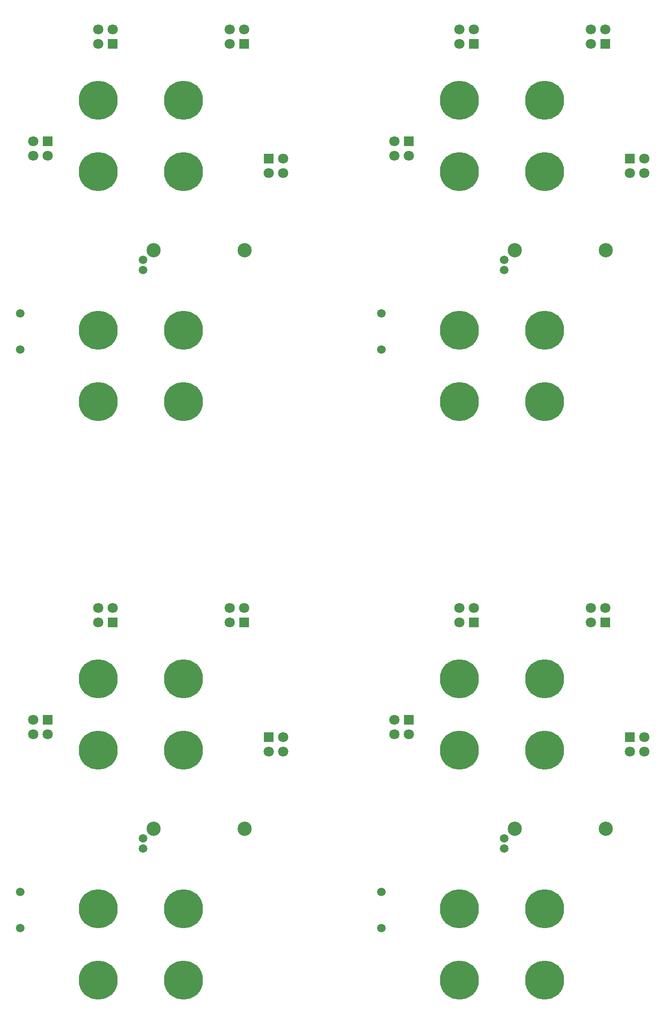
<source format=gtl>
%FSLAX25Y25*%
%MOIN*%
G70*
G01*
G75*
G04 Layer_Physical_Order=1*
G04 Layer_Color=255*
%ADD10C,0.05906*%
%ADD11C,0.07087*%
%ADD12R,0.07087X0.07087*%
%ADD13C,0.27000*%
%ADD14R,0.07087X0.07087*%
%ADD15C,0.09843*%
D10*
X380000Y241000D02*
D03*
X465000Y278000D02*
D03*
X380000Y216000D02*
D03*
X465000Y271000D02*
D03*
X380000Y641000D02*
D03*
X465000Y678000D02*
D03*
X380000Y616000D02*
D03*
X465000Y671000D02*
D03*
X130000Y641000D02*
D03*
X215000Y678000D02*
D03*
X130000Y616000D02*
D03*
X215000Y671000D02*
D03*
X130000Y216000D02*
D03*
X215000Y271000D02*
D03*
X130000Y241000D02*
D03*
X215000Y278000D02*
D03*
D11*
X562000Y338000D02*
D03*
X552000D02*
D03*
X562000Y348000D02*
D03*
X434000Y437332D02*
D03*
X444000D02*
D03*
X434000Y427332D02*
D03*
X389000Y350000D02*
D03*
Y360000D02*
D03*
X399000Y350000D02*
D03*
X525000Y437332D02*
D03*
X535000D02*
D03*
X525000Y427332D02*
D03*
X562000Y738000D02*
D03*
X552000D02*
D03*
X562000Y748000D02*
D03*
X434000Y837332D02*
D03*
X444000D02*
D03*
X434000Y827332D02*
D03*
X389000Y750000D02*
D03*
Y760000D02*
D03*
X399000Y750000D02*
D03*
X525000Y837332D02*
D03*
X535000D02*
D03*
X525000Y827332D02*
D03*
X312000Y738000D02*
D03*
X302000D02*
D03*
X312000Y748000D02*
D03*
X184000Y837332D02*
D03*
X194000D02*
D03*
X184000Y827332D02*
D03*
X139000Y750000D02*
D03*
Y760000D02*
D03*
X149000Y750000D02*
D03*
X275000Y837332D02*
D03*
X285000D02*
D03*
X275000Y827332D02*
D03*
Y437332D02*
D03*
X285000D02*
D03*
X275000Y427332D02*
D03*
X139000Y350000D02*
D03*
Y360000D02*
D03*
X149000Y350000D02*
D03*
X184000Y437332D02*
D03*
X194000D02*
D03*
X184000Y427332D02*
D03*
X312000Y338000D02*
D03*
X302000D02*
D03*
X312000Y348000D02*
D03*
D12*
X552000D02*
D03*
X444000Y427332D02*
D03*
X535000D02*
D03*
X552000Y748000D02*
D03*
X444000Y827332D02*
D03*
X535000D02*
D03*
X302000Y748000D02*
D03*
X194000Y827332D02*
D03*
X285000D02*
D03*
Y427332D02*
D03*
X194000D02*
D03*
X302000Y348000D02*
D03*
D13*
X493173Y339200D02*
D03*
X434151D02*
D03*
Y388400D02*
D03*
X493173D02*
D03*
X434130Y229300D02*
D03*
X493151D02*
D03*
Y180100D02*
D03*
X434130D02*
D03*
X493173Y739200D02*
D03*
X434151D02*
D03*
Y788400D02*
D03*
X493173D02*
D03*
X434130Y629300D02*
D03*
X493151D02*
D03*
Y580100D02*
D03*
X434130D02*
D03*
X243173Y739200D02*
D03*
X184151D02*
D03*
Y788400D02*
D03*
X243173D02*
D03*
X184130Y629300D02*
D03*
X243151D02*
D03*
Y580100D02*
D03*
X184130D02*
D03*
Y229300D02*
D03*
X243151D02*
D03*
Y180100D02*
D03*
X184130D02*
D03*
X243173Y339200D02*
D03*
X184151D02*
D03*
Y388400D02*
D03*
X243173D02*
D03*
D14*
X399000Y360000D02*
D03*
Y760000D02*
D03*
X149000D02*
D03*
Y360000D02*
D03*
D15*
X535392Y284700D02*
D03*
X472400Y284700D02*
D03*
X535392Y684700D02*
D03*
X472400Y684700D02*
D03*
X285392Y684700D02*
D03*
X222400Y684700D02*
D03*
X285392Y284700D02*
D03*
X222400Y284700D02*
D03*
M02*

</source>
